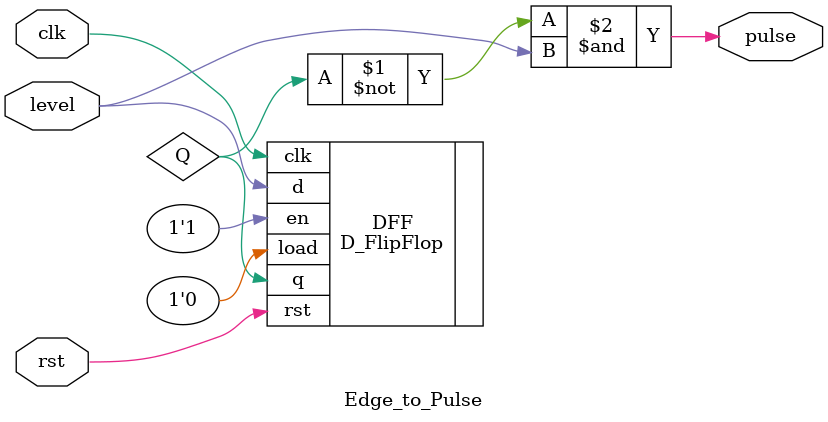
<source format=sv>
`timescale 1ns / 1ps


module Edge_to_Pulse(output pulse,
                    input logic clk,rst, level
    );
wire Q;
D_FlipFlop DFF(.q(Q), .clk(clk) , .rst(rst), .en(1'b1), .d(level),.load(1'b0));  
and a1(pulse,~Q,level);
endmodule

</source>
